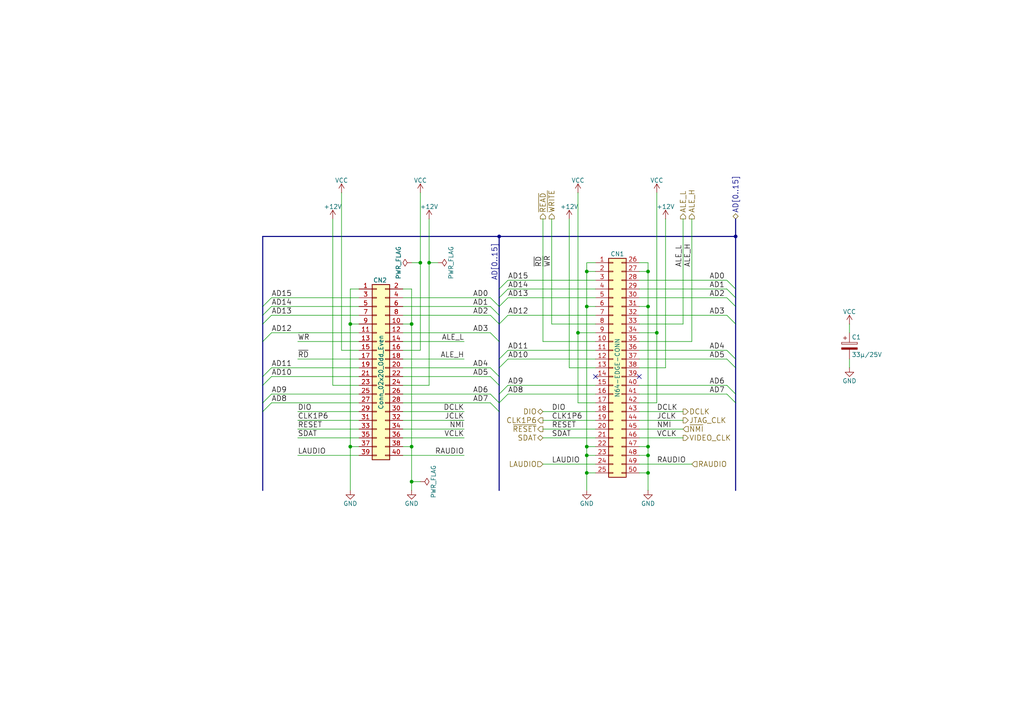
<source format=kicad_sch>
(kicad_sch (version 20231120) (generator "eeschema") (generator_version "8.0")
  (paper "A4")
  (title_block (title "Wide-Boy64 AGB") (date "2024-06-20") (rev "2") (company "CC-BY-SA-4.0 Michael Singer") (comment 1 "https://github.com/msinger/wideboy/") (comment 2 "http://iceboy.a-singer.de/"))
  (lib_symbols
    (symbol "Connector_Generic:Conn_02x20_Odd_Even" (pin_names (offset 1.016) hide)
      (property "Reference" "J" (at 1.27 25.4 0))
      (property "Value" "Conn_02x20_Odd_Even" (at 1.27 -27.94 0))
      (symbol "Conn_02x20_Odd_Even_1_1"
        (rectangle (start -1.27 -25.273) (end 0 -25.527) (stroke (width 0.1524)))
        (rectangle (start -1.27 -22.733) (end 0 -22.987) (stroke (width 0.1524)))
        (rectangle (start -1.27 -20.193) (end 0 -20.447) (stroke (width 0.1524)))
        (rectangle (start -1.27 -17.653) (end 0 -17.907) (stroke (width 0.1524)))
        (rectangle (start -1.27 -15.113) (end 0 -15.367) (stroke (width 0.1524)))
        (rectangle (start -1.27 -12.573) (end 0 -12.827) (stroke (width 0.1524)))
        (rectangle (start -1.27 -10.033) (end 0 -10.287) (stroke (width 0.1524)))
        (rectangle (start -1.27 -7.493) (end 0 -7.747) (stroke (width 0.1524)))
        (rectangle (start -1.27 -4.953) (end 0 -5.207) (stroke (width 0.1524)))
        (rectangle (start -1.27 -2.413) (end 0 -2.667) (stroke (width 0.1524)))
        (rectangle (start -1.27 0.127) (end 0 -0.127) (stroke (width 0.1524)))
        (rectangle (start -1.27 2.667) (end 0 2.413) (stroke (width 0.1524)))
        (rectangle (start -1.27 5.207) (end 0 4.953) (stroke (width 0.1524)))
        (rectangle (start -1.27 7.747) (end 0 7.493) (stroke (width 0.1524)))
        (rectangle (start -1.27 10.287) (end 0 10.033) (stroke (width 0.1524)))
        (rectangle (start -1.27 12.827) (end 0 12.573) (stroke (width 0.1524)))
        (rectangle (start -1.27 15.367) (end 0 15.113) (stroke (width 0.1524)))
        (rectangle (start -1.27 17.907) (end 0 17.653) (stroke (width 0.1524)))
        (rectangle (start -1.27 20.447) (end 0 20.193) (stroke (width 0.1524)))
        (rectangle (start -1.27 22.987) (end 0 22.733) (stroke (width 0.1524)))
        (rectangle (start -1.27 24.13) (end 3.81 -26.67) (stroke (width 0.254)) (fill (type background)))
        (rectangle (start 3.81 -25.273) (end 2.54 -25.527) (stroke (width 0.1524)))
        (rectangle (start 3.81 -22.733) (end 2.54 -22.987) (stroke (width 0.1524)))
        (rectangle (start 3.81 -20.193) (end 2.54 -20.447) (stroke (width 0.1524)))
        (rectangle (start 3.81 -17.653) (end 2.54 -17.907) (stroke (width 0.1524)))
        (rectangle (start 3.81 -15.113) (end 2.54 -15.367) (stroke (width 0.1524)))
        (rectangle (start 3.81 -12.573) (end 2.54 -12.827) (stroke (width 0.1524)))
        (rectangle (start 3.81 -10.033) (end 2.54 -10.287) (stroke (width 0.1524)))
        (rectangle (start 3.81 -7.493) (end 2.54 -7.747) (stroke (width 0.1524)))
        (rectangle (start 3.81 -4.953) (end 2.54 -5.207) (stroke (width 0.1524)))
        (rectangle (start 3.81 -2.413) (end 2.54 -2.667) (stroke (width 0.1524)))
        (rectangle (start 3.81 0.127) (end 2.54 -0.127) (stroke (width 0.1524)))
        (rectangle (start 3.81 2.667) (end 2.54 2.413) (stroke (width 0.1524)))
        (rectangle (start 3.81 5.207) (end 2.54 4.953) (stroke (width 0.1524)))
        (rectangle (start 3.81 7.747) (end 2.54 7.493) (stroke (width 0.1524)))
        (rectangle (start 3.81 10.287) (end 2.54 10.033) (stroke (width 0.1524)))
        (rectangle (start 3.81 12.827) (end 2.54 12.573) (stroke (width 0.1524)))
        (rectangle (start 3.81 15.367) (end 2.54 15.113) (stroke (width 0.1524)))
        (rectangle (start 3.81 17.907) (end 2.54 17.653) (stroke (width 0.1524)))
        (rectangle (start 3.81 20.447) (end 2.54 20.193) (stroke (width 0.1524)))
        (rectangle (start 3.81 22.987) (end 2.54 22.733) (stroke (width 0.1524)))
        (pin passive line (at -5.08 22.86 0) (length 3.81) (name "Pin_1") (number "1"))
        (pin passive line (at 7.62 12.7 180) (length 3.81) (name "Pin_10") (number "10"))
        (pin passive line (at -5.08 10.16 0) (length 3.81) (name "Pin_11") (number "11"))
        (pin passive line (at 7.62 10.16 180) (length 3.81) (name "Pin_12") (number "12"))
        (pin passive line (at -5.08 7.62 0) (length 3.81) (name "Pin_13") (number "13"))
        (pin passive line (at 7.62 7.62 180) (length 3.81) (name "Pin_14") (number "14"))
        (pin passive line (at -5.08 5.08 0) (length 3.81) (name "Pin_15") (number "15"))
        (pin passive line (at 7.62 5.08 180) (length 3.81) (name "Pin_16") (number "16"))
        (pin passive line (at -5.08 2.54 0) (length 3.81) (name "Pin_17") (number "17"))
        (pin passive line (at 7.62 2.54 180) (length 3.81) (name "Pin_18") (number "18"))
        (pin passive line (at -5.08 0 0) (length 3.81) (name "Pin_19") (number "19"))
        (pin passive line (at 7.62 22.86 180) (length 3.81) (name "Pin_2") (number "2"))
        (pin passive line (at 7.62 0 180) (length 3.81) (name "Pin_20") (number "20"))
        (pin passive line (at -5.08 -2.54 0) (length 3.81) (name "Pin_21") (number "21"))
        (pin passive line (at 7.62 -2.54 180) (length 3.81) (name "Pin_22") (number "22"))
        (pin passive line (at -5.08 -5.08 0) (length 3.81) (name "Pin_23") (number "23"))
        (pin passive line (at 7.62 -5.08 180) (length 3.81) (name "Pin_24") (number "24"))
        (pin passive line (at -5.08 -7.62 0) (length 3.81) (name "Pin_25") (number "25"))
        (pin passive line (at 7.62 -7.62 180) (length 3.81) (name "Pin_26") (number "26"))
        (pin passive line (at -5.08 -10.16 0) (length 3.81) (name "Pin_27") (number "27"))
        (pin passive line (at 7.62 -10.16 180) (length 3.81) (name "Pin_28") (number "28"))
        (pin passive line (at -5.08 -12.7 0) (length 3.81) (name "Pin_29") (number "29"))
        (pin passive line (at -5.08 20.32 0) (length 3.81) (name "Pin_3") (number "3"))
        (pin passive line (at 7.62 -12.7 180) (length 3.81) (name "Pin_30") (number "30"))
        (pin passive line (at -5.08 -15.24 0) (length 3.81) (name "Pin_31") (number "31"))
        (pin passive line (at 7.62 -15.24 180) (length 3.81) (name "Pin_32") (number "32"))
        (pin passive line (at -5.08 -17.78 0) (length 3.81) (name "Pin_33") (number "33"))
        (pin passive line (at 7.62 -17.78 180) (length 3.81) (name "Pin_34") (number "34"))
        (pin passive line (at -5.08 -20.32 0) (length 3.81) (name "Pin_35") (number "35"))
        (pin passive line (at 7.62 -20.32 180) (length 3.81) (name "Pin_36") (number "36"))
        (pin passive line (at -5.08 -22.86 0) (length 3.81) (name "Pin_37") (number "37"))
        (pin passive line (at 7.62 -22.86 180) (length 3.81) (name "Pin_38") (number "38"))
        (pin passive line (at -5.08 -25.4 0) (length 3.81) (name "Pin_39") (number "39"))
        (pin passive line (at 7.62 20.32 180) (length 3.81) (name "Pin_4") (number "4"))
        (pin passive line (at 7.62 -25.4 180) (length 3.81) (name "Pin_40") (number "40"))
        (pin passive line (at -5.08 17.78 0) (length 3.81) (name "Pin_5") (number "5"))
        (pin passive line (at 7.62 17.78 180) (length 3.81) (name "Pin_6") (number "6"))
        (pin passive line (at -5.08 15.24 0) (length 3.81) (name "Pin_7") (number "7"))
        (pin passive line (at 7.62 15.24 180) (length 3.81) (name "Pin_8") (number "8"))
        (pin passive line (at -5.08 12.7 0) (length 3.81) (name "Pin_9") (number "9"))
      )
    )
    (symbol "Connector_Generic:Conn_02x25_Top_Bottom" (pin_names (offset 1.016) hide)
      (property "Reference" "J" (at 1.27 33.02 0))
      (property "Value" "Conn_02x25_Top_Bottom" (at 1.27 -33.02 0))
      (symbol "Conn_02x25_Top_Bottom_1_1"
        (rectangle (start -1.27 -30.353) (end 0 -30.607) (stroke (width 0.1524)))
        (rectangle (start -1.27 -27.813) (end 0 -28.067) (stroke (width 0.1524)))
        (rectangle (start -1.27 -25.273) (end 0 -25.527) (stroke (width 0.1524)))
        (rectangle (start -1.27 -22.733) (end 0 -22.987) (stroke (width 0.1524)))
        (rectangle (start -1.27 -20.193) (end 0 -20.447) (stroke (width 0.1524)))
        (rectangle (start -1.27 -17.653) (end 0 -17.907) (stroke (width 0.1524)))
        (rectangle (start -1.27 -15.113) (end 0 -15.367) (stroke (width 0.1524)))
        (rectangle (start -1.27 -12.573) (end 0 -12.827) (stroke (width 0.1524)))
        (rectangle (start -1.27 -10.033) (end 0 -10.287) (stroke (width 0.1524)))
        (rectangle (start -1.27 -7.493) (end 0 -7.747) (stroke (width 0.1524)))
        (rectangle (start -1.27 -4.953) (end 0 -5.207) (stroke (width 0.1524)))
        (rectangle (start -1.27 -2.413) (end 0 -2.667) (stroke (width 0.1524)))
        (rectangle (start -1.27 0.127) (end 0 -0.127) (stroke (width 0.1524)))
        (rectangle (start -1.27 2.667) (end 0 2.413) (stroke (width 0.1524)))
        (rectangle (start -1.27 5.207) (end 0 4.953) (stroke (width 0.1524)))
        (rectangle (start -1.27 7.747) (end 0 7.493) (stroke (width 0.1524)))
        (rectangle (start -1.27 10.287) (end 0 10.033) (stroke (width 0.1524)))
        (rectangle (start -1.27 12.827) (end 0 12.573) (stroke (width 0.1524)))
        (rectangle (start -1.27 15.367) (end 0 15.113) (stroke (width 0.1524)))
        (rectangle (start -1.27 17.907) (end 0 17.653) (stroke (width 0.1524)))
        (rectangle (start -1.27 20.447) (end 0 20.193) (stroke (width 0.1524)))
        (rectangle (start -1.27 22.987) (end 0 22.733) (stroke (width 0.1524)))
        (rectangle (start -1.27 25.527) (end 0 25.273) (stroke (width 0.1524)))
        (rectangle (start -1.27 28.067) (end 0 27.813) (stroke (width 0.1524)))
        (rectangle (start -1.27 30.607) (end 0 30.353) (stroke (width 0.1524)))
        (rectangle (start -1.27 31.75) (end 3.81 -31.75) (stroke (width 0.254)) (fill (type background)))
        (rectangle (start 3.81 -30.353) (end 2.54 -30.607) (stroke (width 0.1524)))
        (rectangle (start 3.81 -27.813) (end 2.54 -28.067) (stroke (width 0.1524)))
        (rectangle (start 3.81 -25.273) (end 2.54 -25.527) (stroke (width 0.1524)))
        (rectangle (start 3.81 -22.733) (end 2.54 -22.987) (stroke (width 0.1524)))
        (rectangle (start 3.81 -20.193) (end 2.54 -20.447) (stroke (width 0.1524)))
        (rectangle (start 3.81 -17.653) (end 2.54 -17.907) (stroke (width 0.1524)))
        (rectangle (start 3.81 -15.113) (end 2.54 -15.367) (stroke (width 0.1524)))
        (rectangle (start 3.81 -12.573) (end 2.54 -12.827) (stroke (width 0.1524)))
        (rectangle (start 3.81 -10.033) (end 2.54 -10.287) (stroke (width 0.1524)))
        (rectangle (start 3.81 -7.493) (end 2.54 -7.747) (stroke (width 0.1524)))
        (rectangle (start 3.81 -4.953) (end 2.54 -5.207) (stroke (width 0.1524)))
        (rectangle (start 3.81 -2.413) (end 2.54 -2.667) (stroke (width 0.1524)))
        (rectangle (start 3.81 0.127) (end 2.54 -0.127) (stroke (width 0.1524)))
        (rectangle (start 3.81 2.667) (end 2.54 2.413) (stroke (width 0.1524)))
        (rectangle (start 3.81 5.207) (end 2.54 4.953) (stroke (width 0.1524)))
        (rectangle (start 3.81 7.747) (end 2.54 7.493) (stroke (width 0.1524)))
        (rectangle (start 3.81 10.287) (end 2.54 10.033) (stroke (width 0.1524)))
        (rectangle (start 3.81 12.827) (end 2.54 12.573) (stroke (width 0.1524)))
        (rectangle (start 3.81 15.367) (end 2.54 15.113) (stroke (width 0.1524)))
        (rectangle (start 3.81 17.907) (end 2.54 17.653) (stroke (width 0.1524)))
        (rectangle (start 3.81 20.447) (end 2.54 20.193) (stroke (width 0.1524)))
        (rectangle (start 3.81 22.987) (end 2.54 22.733) (stroke (width 0.1524)))
        (rectangle (start 3.81 25.527) (end 2.54 25.273) (stroke (width 0.1524)))
        (rectangle (start 3.81 28.067) (end 2.54 27.813) (stroke (width 0.1524)))
        (rectangle (start 3.81 30.607) (end 2.54 30.353) (stroke (width 0.1524)))
        (pin passive line (at -5.08 30.48 0) (length 3.81) (name "Pin_1") (number "1"))
        (pin passive line (at -5.08 7.62 0) (length 3.81) (name "Pin_10") (number "10"))
        (pin passive line (at -5.08 5.08 0) (length 3.81) (name "Pin_11") (number "11"))
        (pin passive line (at -5.08 2.54 0) (length 3.81) (name "Pin_12") (number "12"))
        (pin passive line (at -5.08 0 0) (length 3.81) (name "Pin_13") (number "13"))
        (pin passive line (at -5.08 -2.54 0) (length 3.81) (name "Pin_14") (number "14"))
        (pin passive line (at -5.08 -5.08 0) (length 3.81) (name "Pin_15") (number "15"))
        (pin passive line (at -5.08 -7.62 0) (length 3.81) (name "Pin_16") (number "16"))
        (pin passive line (at -5.08 -10.16 0) (length 3.81) (name "Pin_17") (number "17"))
        (pin passive line (at -5.08 -12.7 0) (length 3.81) (name "Pin_18") (number "18"))
        (pin passive line (at -5.08 -15.24 0) (length 3.81) (name "Pin_19") (number "19"))
        (pin passive line (at -5.08 27.94 0) (length 3.81) (name "Pin_2") (number "2"))
        (pin passive line (at -5.08 -17.78 0) (length 3.81) (name "Pin_20") (number "20"))
        (pin passive line (at -5.08 -20.32 0) (length 3.81) (name "Pin_21") (number "21"))
        (pin passive line (at -5.08 -22.86 0) (length 3.81) (name "Pin_22") (number "22"))
        (pin passive line (at -5.08 -25.4 0) (length 3.81) (name "Pin_23") (number "23"))
        (pin passive line (at -5.08 -27.94 0) (length 3.81) (name "Pin_24") (number "24"))
        (pin passive line (at -5.08 -30.48 0) (length 3.81) (name "Pin_25") (number "25"))
        (pin passive line (at 7.62 30.48 180) (length 3.81) (name "Pin_26") (number "26"))
        (pin passive line (at 7.62 27.94 180) (length 3.81) (name "Pin_27") (number "27"))
        (pin passive line (at 7.62 25.4 180) (length 3.81) (name "Pin_28") (number "28"))
        (pin passive line (at 7.62 22.86 180) (length 3.81) (name "Pin_29") (number "29"))
        (pin passive line (at -5.08 25.4 0) (length 3.81) (name "Pin_3") (number "3"))
        (pin passive line (at 7.62 20.32 180) (length 3.81) (name "Pin_30") (number "30"))
        (pin passive line (at 7.62 17.78 180) (length 3.81) (name "Pin_31") (number "31"))
        (pin passive line (at 7.62 15.24 180) (length 3.81) (name "Pin_32") (number "32"))
        (pin passive line (at 7.62 12.7 180) (length 3.81) (name "Pin_33") (number "33"))
        (pin passive line (at 7.62 10.16 180) (length 3.81) (name "Pin_34") (number "34"))
        (pin passive line (at 7.62 7.62 180) (length 3.81) (name "Pin_35") (number "35"))
        (pin passive line (at 7.62 5.08 180) (length 3.81) (name "Pin_36") (number "36"))
        (pin passive line (at 7.62 2.54 180) (length 3.81) (name "Pin_37") (number "37"))
        (pin passive line (at 7.62 0 180) (length 3.81) (name "Pin_38") (number "38"))
        (pin passive line (at 7.62 -2.54 180) (length 3.81) (name "Pin_39") (number "39"))
        (pin passive line (at -5.08 22.86 0) (length 3.81) (name "Pin_4") (number "4"))
        (pin passive line (at 7.62 -5.08 180) (length 3.81) (name "Pin_40") (number "40"))
        (pin passive line (at 7.62 -7.62 180) (length 3.81) (name "Pin_41") (number "41"))
        (pin passive line (at 7.62 -10.16 180) (length 3.81) (name "Pin_42") (number "42"))
        (pin passive line (at 7.62 -12.7 180) (length 3.81) (name "Pin_43") (number "43"))
        (pin passive line (at 7.62 -15.24 180) (length 3.81) (name "Pin_44") (number "44"))
        (pin passive line (at 7.62 -17.78 180) (length 3.81) (name "Pin_45") (number "45"))
        (pin passive line (at 7.62 -20.32 180) (length 3.81) (name "Pin_46") (number "46"))
        (pin passive line (at 7.62 -22.86 180) (length 3.81) (name "Pin_47") (number "47"))
        (pin passive line (at 7.62 -25.4 180) (length 3.81) (name "Pin_48") (number "48"))
        (pin passive line (at 7.62 -27.94 180) (length 3.81) (name "Pin_49") (number "49"))
        (pin passive line (at -5.08 20.32 0) (length 3.81) (name "Pin_5") (number "5"))
        (pin passive line (at 7.62 -30.48 180) (length 3.81) (name "Pin_50") (number "50"))
        (pin passive line (at -5.08 17.78 0) (length 3.81) (name "Pin_6") (number "6"))
        (pin passive line (at -5.08 15.24 0) (length 3.81) (name "Pin_7") (number "7"))
        (pin passive line (at -5.08 12.7 0) (length 3.81) (name "Pin_8") (number "8"))
        (pin passive line (at -5.08 10.16 0) (length 3.81) (name "Pin_9") (number "9"))
      )
    )
    (symbol "Device:C_Polarized" (pin_numbers hide) (pin_names (offset 0.254))
      (property "Reference" "C" (at 0.635 2.54 0))
      (property "Value" "C_Polarized" (at 0.635 -2.54 0))
      (symbol "C_Polarized_0_1"
        (rectangle (start -2.286 0.508) (end 2.286 1.016))
        (polyline (pts (xy -1.778 2.286) (xy -0.762 2.286)))
        (polyline (pts (xy -1.27 2.794) (xy -1.27 1.778)))
        (rectangle (start 2.286 -0.508) (end -2.286 -1.016) (fill (type outline)))
      )
      (symbol "C_Polarized_1_1"
        (pin passive line (at 0 3.81 270) (length 2.794) (name "~") (number "1"))
        (pin passive line (at 0 -3.81 90) (length 2.794) (name "~") (number "2"))
      )
    )
    (symbol "power:+12V" (power) (pin_numbers hide) (pin_names (offset 0) hide)
      (property "Value" "+12V" (at 0 3.556 0))
      (symbol "+12V_0_1"
        (polyline (pts (xy -0.762 1.27) (xy 0 2.54)))
        (polyline (pts (xy 0 0) (xy 0 2.54)))
        (polyline (pts (xy 0 2.54) (xy 0.762 1.27)))
      )
      (symbol "+12V_1_1"
        (pin power_in line (at 0 0 90) (length 0) (name "~") (number "1"))
      )
    )
    (symbol "power:GND" (power) (pin_numbers hide) (pin_names (offset 0) hide)
      (property "Value" "GND" (at 0 -3.81 0))
      (symbol "GND_0_1"
        (polyline (pts (xy 0 0) (xy 0 -1.27) (xy 1.27 -1.27) (xy 0 -2.54) (xy -1.27 -1.27) (xy 0 -1.27)))
      )
      (symbol "GND_1_1"
        (pin power_in line (at 0 0 270) (length 0) (name "~") (number "1"))
      )
    )
    (symbol "power:PWR_FLAG" (power) (pin_numbers hide) (pin_names (offset 0) hide)
      (property "Value" "PWR_FLAG" (at 0 3.81 0))
      (symbol "PWR_FLAG_0_0"
        (pin power_out line (at 0 0 90) (length 0) (name "~") (number "1"))
      )
      (symbol "PWR_FLAG_0_1"
        (polyline (pts (xy 0 0) (xy 0 1.27) (xy -1.016 1.905) (xy 0 2.54) (xy 1.016 1.905) (xy 0 1.27)))
      )
    )
    (symbol "power:VCC" (power) (pin_numbers hide) (pin_names (offset 0) hide)
      (property "Value" "VCC" (at 0 3.556 0))
      (symbol "VCC_0_1"
        (polyline (pts (xy -0.762 1.27) (xy 0 2.54)))
        (polyline (pts (xy 0 0) (xy 0 2.54)))
        (polyline (pts (xy 0 2.54) (xy 0.762 1.27)))
      )
      (symbol "VCC_1_1"
        (pin power_in line (at 0 0 90) (length 0) (name "~") (number "1"))
      )
    )
  )
  (junction (at 187.96 88.9))
  (junction (at 101.6 93.98))
  (junction (at 170.18 132.08))
  (junction (at 187.96 132.08))
  (junction (at 213.36 68.58))
  (junction (at 124.46 76.2))
  (junction (at 119.38 139.7))
  (junction (at 119.38 93.98))
  (junction (at 170.18 129.54))
  (junction (at 190.5 96.52))
  (junction (at 170.18 78.74))
  (junction (at 119.38 129.54))
  (junction (at 121.92 76.2))
  (junction (at 187.96 137.16))
  (junction (at 167.64 96.52))
  (junction (at 144.78 68.58))
  (junction (at 187.96 78.74))
  (junction (at 101.6 129.54))
  (junction (at 187.96 129.54))
  (junction (at 170.18 88.9))
  (junction (at 170.18 137.16))
  (no_connect (at 172.72 109.22))
  (no_connect (at 185.42 109.22))
  (bus_entry (at 144.78 83.82) (size 2.54 -2.54))
  (bus_entry (at 144.78 106.68) (size 2.54 -2.54))
  (bus_entry (at 210.82 83.82) (size 2.54 2.54))
  (bus_entry (at 142.24 106.68) (size 2.54 2.54))
  (bus_entry (at 144.78 86.36) (size 2.54 -2.54))
  (bus_entry (at 76.2 99.06) (size 2.54 -2.54))
  (bus_entry (at 76.2 119.38) (size 2.54 -2.54))
  (bus_entry (at 210.82 81.28) (size 2.54 2.54))
  (bus_entry (at 210.82 104.14) (size 2.54 2.54))
  (bus_entry (at 142.24 88.9) (size 2.54 2.54))
  (bus_entry (at 76.2 88.9) (size 2.54 -2.54))
  (bus_entry (at 142.24 86.36) (size 2.54 2.54))
  (bus_entry (at 142.24 91.44) (size 2.54 2.54))
  (bus_entry (at 210.82 114.3) (size 2.54 2.54))
  (bus_entry (at 142.24 114.3) (size 2.54 2.54))
  (bus_entry (at 142.24 116.84) (size 2.54 2.54))
  (bus_entry (at 210.82 86.36) (size 2.54 2.54))
  (bus_entry (at 142.24 96.52) (size 2.54 2.54))
  (bus_entry (at 76.2 109.22) (size 2.54 -2.54))
  (bus_entry (at 210.82 111.76) (size 2.54 2.54))
  (bus_entry (at 144.78 114.3) (size 2.54 -2.54))
  (bus_entry (at 142.24 109.22) (size 2.54 2.54))
  (bus_entry (at 210.82 101.6) (size 2.54 2.54))
  (bus_entry (at 144.78 88.9) (size 2.54 -2.54))
  (bus_entry (at 76.2 91.44) (size 2.54 -2.54))
  (bus_entry (at 76.2 93.98) (size 2.54 -2.54))
  (bus_entry (at 210.82 91.44) (size 2.54 2.54))
  (bus_entry (at 76.2 111.76) (size 2.54 -2.54))
  (bus_entry (at 144.78 93.98) (size 2.54 -2.54))
  (bus_entry (at 144.78 116.84) (size 2.54 -2.54))
  (bus_entry (at 144.78 104.14) (size 2.54 -2.54))
  (bus_entry (at 76.2 116.84) (size 2.54 -2.54))
  (wire (pts (xy 187.96 137.16) (xy 185.42 137.16)))
  (wire (pts (xy 185.42 119.38) (xy 198.12 119.38)))
  (bus (pts (xy 76.2 116.84) (xy 76.2 119.38)))
  (wire (pts (xy 210.82 111.76) (xy 185.42 111.76)))
  (wire (pts (xy 99.06 101.6) (xy 104.14 101.6)))
  (bus (pts (xy 213.36 86.36) (xy 213.36 88.9)))
  (bus (pts (xy 213.36 83.82) (xy 213.36 86.36)))
  (wire (pts (xy 160.02 63.5) (xy 160.02 93.98)))
  (bus (pts (xy 76.2 68.58) (xy 144.78 68.58)))
  (wire (pts (xy 170.18 129.54) (xy 170.18 132.08)))
  (wire (pts (xy 134.62 121.92) (xy 116.84 121.92)))
  (bus (pts (xy 144.78 116.84) (xy 144.78 119.38)))
  (bus (pts (xy 76.2 119.38) (xy 76.2 142.24)))
  (wire (pts (xy 86.36 132.08) (xy 104.14 132.08)))
  (wire (pts (xy 147.32 83.82) (xy 172.72 83.82)))
  (wire (pts (xy 185.42 96.52) (xy 190.5 96.52)))
  (wire (pts (xy 170.18 132.08) (xy 172.72 132.08)))
  (wire (pts (xy 165.1 106.68) (xy 172.72 106.68)))
  (bus (pts (xy 144.78 93.98) (xy 144.78 99.06)))
  (wire (pts (xy 185.42 127) (xy 198.12 127)))
  (wire (pts (xy 142.24 86.36) (xy 116.84 86.36)))
  (wire (pts (xy 134.62 99.06) (xy 116.84 99.06)))
  (wire (pts (xy 147.32 101.6) (xy 172.72 101.6)))
  (bus (pts (xy 76.2 99.06) (xy 76.2 109.22)))
  (bus (pts (xy 76.2 93.98) (xy 76.2 99.06)))
  (wire (pts (xy 187.96 88.9) (xy 185.42 88.9)))
  (wire (pts (xy 157.48 127) (xy 172.72 127)))
  (bus (pts (xy 213.36 68.58) (xy 213.36 83.82)))
  (wire (pts (xy 200.66 99.06) (xy 200.66 63.5)))
  (wire (pts (xy 187.96 132.08) (xy 185.42 132.08)))
  (wire (pts (xy 78.74 114.3) (xy 104.14 114.3)))
  (wire (pts (xy 210.82 86.36) (xy 185.42 86.36)))
  (wire (pts (xy 187.96 88.9) (xy 187.96 129.54)))
  (wire (pts (xy 147.32 104.14) (xy 172.72 104.14)))
  (wire (pts (xy 187.96 132.08) (xy 187.96 137.16)))
  (wire (pts (xy 198.12 93.98) (xy 185.42 93.98)))
  (wire (pts (xy 124.46 111.76) (xy 116.84 111.76)))
  (wire (pts (xy 96.52 63.5) (xy 96.52 111.76)))
  (bus (pts (xy 144.78 91.44) (xy 144.78 93.98)))
  (bus (pts (xy 144.78 88.9) (xy 144.78 91.44)))
  (wire (pts (xy 170.18 129.54) (xy 172.72 129.54)))
  (wire (pts (xy 86.36 127) (xy 104.14 127)))
  (wire (pts (xy 86.36 104.14) (xy 104.14 104.14)))
  (wire (pts (xy 160.02 93.98) (xy 172.72 93.98)))
  (bus (pts (xy 213.36 116.84) (xy 213.36 142.24)))
  (wire (pts (xy 86.36 121.92) (xy 104.14 121.92)))
  (bus (pts (xy 213.36 88.9) (xy 213.36 93.98)))
  (wire (pts (xy 86.36 119.38) (xy 104.14 119.38)))
  (wire (pts (xy 119.38 93.98) (xy 116.84 93.98)))
  (wire (pts (xy 101.6 93.98) (xy 101.6 129.54)))
  (wire (pts (xy 142.24 106.68) (xy 116.84 106.68)))
  (wire (pts (xy 142.24 91.44) (xy 116.84 91.44)))
  (wire (pts (xy 101.6 83.82) (xy 101.6 93.98)))
  (bus (pts (xy 76.2 88.9) (xy 76.2 91.44)))
  (bus (pts (xy 144.78 109.22) (xy 144.78 111.76)))
  (wire (pts (xy 116.84 83.82) (xy 119.38 83.82)))
  (wire (pts (xy 134.62 104.14) (xy 116.84 104.14)))
  (bus (pts (xy 144.78 106.68) (xy 144.78 109.22)))
  (wire (pts (xy 210.82 104.14) (xy 185.42 104.14)))
  (wire (pts (xy 119.38 93.98) (xy 119.38 129.54)))
  (wire (pts (xy 147.32 81.28) (xy 172.72 81.28)))
  (bus (pts (xy 213.36 104.14) (xy 213.36 106.68)))
  (wire (pts (xy 187.96 76.2) (xy 187.96 78.74)))
  (wire (pts (xy 210.82 114.3) (xy 185.42 114.3)))
  (wire (pts (xy 142.24 116.84) (xy 116.84 116.84)))
  (wire (pts (xy 142.24 96.52) (xy 116.84 96.52)))
  (bus (pts (xy 144.78 68.58) (xy 144.78 83.82)))
  (wire (pts (xy 78.74 88.9) (xy 104.14 88.9)))
  (bus (pts (xy 144.78 83.82) (xy 144.78 86.36)))
  (wire (pts (xy 210.82 83.82) (xy 185.42 83.82)))
  (wire (pts (xy 172.72 76.2) (xy 170.18 76.2)))
  (wire (pts (xy 78.74 91.44) (xy 104.14 91.44)))
  (wire (pts (xy 185.42 99.06) (xy 200.66 99.06)))
  (wire (pts (xy 170.18 88.9) (xy 170.18 129.54)))
  (wire (pts (xy 147.32 114.3) (xy 172.72 114.3)))
  (wire (pts (xy 167.64 55.88) (xy 167.64 96.52)))
  (wire (pts (xy 190.5 55.88) (xy 190.5 96.52)))
  (wire (pts (xy 147.32 111.76) (xy 172.72 111.76)))
  (wire (pts (xy 119.38 129.54) (xy 119.38 139.7)))
  (wire (pts (xy 190.5 96.52) (xy 190.5 116.84)))
  (wire (pts (xy 121.92 55.88) (xy 121.92 76.2)))
  (bus (pts (xy 144.78 111.76) (xy 144.78 114.3)))
  (wire (pts (xy 246.38 104.14) (xy 246.38 106.68)))
  (wire (pts (xy 101.6 93.98) (xy 104.14 93.98)))
  (wire (pts (xy 121.92 101.6) (xy 116.84 101.6)))
  (bus (pts (xy 144.78 68.58) (xy 213.36 68.58)))
  (bus (pts (xy 76.2 109.22) (xy 76.2 111.76)))
  (wire (pts (xy 78.74 116.84) (xy 104.14 116.84)))
  (wire (pts (xy 187.96 78.74) (xy 187.96 88.9)))
  (wire (pts (xy 170.18 137.16) (xy 170.18 142.24)))
  (wire (pts (xy 121.92 76.2) (xy 121.92 101.6)))
  (wire (pts (xy 142.24 88.9) (xy 116.84 88.9)))
  (wire (pts (xy 119.38 76.2) (xy 121.92 76.2)))
  (wire (pts (xy 190.5 116.84) (xy 185.42 116.84)))
  (wire (pts (xy 187.96 137.16) (xy 187.96 142.24)))
  (wire (pts (xy 104.14 86.36) (xy 78.74 86.36)))
  (bus (pts (xy 213.36 63.5) (xy 213.36 68.58)))
  (bus (pts (xy 144.78 86.36) (xy 144.78 88.9)))
  (wire (pts (xy 119.38 139.7) (xy 119.38 142.24)))
  (wire (pts (xy 142.24 109.22) (xy 116.84 109.22)))
  (wire (pts (xy 185.42 124.46) (xy 198.12 124.46)))
  (wire (pts (xy 157.48 134.62) (xy 172.72 134.62)))
  (wire (pts (xy 170.18 76.2) (xy 170.18 78.74)))
  (wire (pts (xy 124.46 76.2) (xy 124.46 111.76)))
  (wire (pts (xy 119.38 129.54) (xy 116.84 129.54)))
  (wire (pts (xy 170.18 78.74) (xy 172.72 78.74)))
  (wire (pts (xy 78.74 109.22) (xy 104.14 109.22)))
  (wire (pts (xy 167.64 96.52) (xy 167.64 116.84)))
  (wire (pts (xy 78.74 106.68) (xy 104.14 106.68)))
  (bus (pts (xy 144.78 104.14) (xy 144.78 106.68)))
  (bus (pts (xy 144.78 114.3) (xy 144.78 116.84)))
  (wire (pts (xy 170.18 78.74) (xy 170.18 88.9)))
  (bus (pts (xy 213.36 114.3) (xy 213.36 116.84)))
  (wire (pts (xy 187.96 129.54) (xy 185.42 129.54)))
  (wire (pts (xy 134.62 124.46) (xy 116.84 124.46)))
  (wire (pts (xy 172.72 96.52) (xy 167.64 96.52)))
  (wire (pts (xy 165.1 63.5) (xy 165.1 106.68)))
  (wire (pts (xy 116.84 132.08) (xy 134.62 132.08)))
  (wire (pts (xy 86.36 99.06) (xy 104.14 99.06)))
  (wire (pts (xy 187.96 129.54) (xy 187.96 132.08)))
  (wire (pts (xy 157.48 119.38) (xy 172.72 119.38)))
  (wire (pts (xy 86.36 124.46) (xy 104.14 124.46)))
  (wire (pts (xy 170.18 137.16) (xy 172.72 137.16)))
  (wire (pts (xy 246.38 93.98) (xy 246.38 96.52)))
  (bus (pts (xy 213.36 93.98) (xy 213.36 104.14)))
  (wire (pts (xy 198.12 63.5) (xy 198.12 93.98)))
  (wire (pts (xy 124.46 63.5) (xy 124.46 76.2)))
  (wire (pts (xy 101.6 129.54) (xy 104.14 129.54)))
  (wire (pts (xy 157.48 63.5) (xy 157.48 99.06)))
  (wire (pts (xy 185.42 121.92) (xy 198.12 121.92)))
  (wire (pts (xy 157.48 124.46) (xy 172.72 124.46)))
  (wire (pts (xy 170.18 88.9) (xy 172.72 88.9)))
  (wire (pts (xy 147.32 86.36) (xy 172.72 86.36)))
  (wire (pts (xy 124.46 76.2) (xy 127 76.2)))
  (wire (pts (xy 193.04 106.68) (xy 185.42 106.68)))
  (wire (pts (xy 134.62 119.38) (xy 116.84 119.38)))
  (bus (pts (xy 76.2 68.58) (xy 76.2 88.9)))
  (wire (pts (xy 134.62 127) (xy 116.84 127)))
  (wire (pts (xy 185.42 81.28) (xy 210.82 81.28)))
  (wire (pts (xy 96.52 111.76) (xy 104.14 111.76)))
  (wire (pts (xy 78.74 96.52) (xy 104.14 96.52)))
  (bus (pts (xy 144.78 99.06) (xy 144.78 104.14)))
  (wire (pts (xy 170.18 132.08) (xy 170.18 137.16)))
  (wire (pts (xy 210.82 91.44) (xy 185.42 91.44)))
  (wire (pts (xy 142.24 114.3) (xy 116.84 114.3)))
  (wire (pts (xy 185.42 134.62) (xy 200.66 134.62)))
  (wire (pts (xy 157.48 121.92) (xy 172.72 121.92)))
  (wire (pts (xy 157.48 99.06) (xy 172.72 99.06)))
  (wire (pts (xy 210.82 101.6) (xy 185.42 101.6)))
  (wire (pts (xy 167.64 116.84) (xy 172.72 116.84)))
  (wire (pts (xy 119.38 139.7) (xy 121.92 139.7)))
  (wire (pts (xy 187.96 78.74) (xy 185.42 78.74)))
  (wire (pts (xy 119.38 83.82) (xy 119.38 93.98)))
  (wire (pts (xy 185.42 76.2) (xy 187.96 76.2)))
  (wire (pts (xy 193.04 63.5) (xy 193.04 106.68)))
  (bus (pts (xy 144.78 119.38) (xy 144.78 142.24)))
  (wire (pts (xy 101.6 129.54) (xy 101.6 142.24)))
  (wire (pts (xy 104.14 83.82) (xy 101.6 83.82)))
  (wire (pts (xy 99.06 55.88) (xy 99.06 101.6)))
  (bus (pts (xy 76.2 111.76) (xy 76.2 116.84)))
  (bus (pts (xy 213.36 106.68) (xy 213.36 114.3)))
  (wire (pts (xy 147.32 91.44) (xy 172.72 91.44)))
  (bus (pts (xy 76.2 91.44) (xy 76.2 93.98)))
  (label "CLK1P6" (at 86.36 121.92 0) (effects (font (size 1.524 1.524))))
  (label "AD2" (at 205.74 86.36 0) (effects (font (size 1.524 1.524))))
  (label "AD14" (at 147.32 83.82 0) (effects (font (size 1.524 1.524))))
  (label "ALE_L" (at 134.62 99.06 180) (effects (font (size 1.524 1.524))))
  (label "AD12" (at 147.32 91.44 0) (effects (font (size 1.524 1.524))))
  (label "AD5" (at 205.74 104.14 0) (effects (font (size 1.524 1.524))))
  (label "ALE_L" (at 198.12 77.47 90) (effects (font (size 1.524 1.524))))
  (label "~{NMI}" (at 190.5 124.46 0) (effects (font (size 1.524 1.524))))
  (label "DCLK" (at 134.62 119.38 180) (effects (font (size 1.524 1.524))))
  (label "ALE_H" (at 134.62 104.14 180) (effects (font (size 1.524 1.524))))
  (label "JCLK" (at 134.62 121.92 180) (effects (font (size 1.524 1.524))))
  (label "AD6" (at 137.16 114.3 0) (effects (font (size 1.524 1.524))))
  (label "VCLK" (at 190.5 127 0) (effects (font (size 1.524 1.524))))
  (label "AD4" (at 205.74 101.6 0) (effects (font (size 1.524 1.524))))
  (label "AD3" (at 205.74 91.44 0) (effects (font (size 1.524 1.524))))
  (label "SDAT" (at 160.02 127 0) (effects (font (size 1.524 1.524))))
  (label "DCLK" (at 190.5 119.38 0) (effects (font (size 1.524 1.524))))
  (label "AD4" (at 137.16 106.68 0) (effects (font (size 1.524 1.524))))
  (label "AD10" (at 78.74 109.22 0) (effects (font (size 1.524 1.524))))
  (label "AD12" (at 78.74 96.52 0) (effects (font (size 1.524 1.524))))
  (label "CLK1P6" (at 160.02 121.92 0) (effects (font (size 1.524 1.524))))
  (label "AD8" (at 78.74 116.84 0) (effects (font (size 1.524 1.524))))
  (label "RAUDIO" (at 190.5 134.62 0) (effects (font (size 1.524 1.524))))
  (label "AD7" (at 137.16 116.84 0) (effects (font (size 1.524 1.524))))
  (label "AD0" (at 137.16 86.36 0) (effects (font (size 1.524 1.524))))
  (label "~{NMI}" (at 134.62 124.46 180) (effects (font (size 1.524 1.524))))
  (label "AD1" (at 137.16 88.9 0) (effects (font (size 1.524 1.524))))
  (label "~{RESET}" (at 86.36 124.46 0) (effects (font (size 1.524 1.524))))
  (label "RAUDIO" (at 134.62 132.08 180) (effects (font (size 1.524 1.524))))
  (label "AD8" (at 147.32 114.3 0) (effects (font (size 1.524 1.524))))
  (label "JCLK" (at 190.5 121.92 0) (effects (font (size 1.524 1.524))))
  (label "~{RD}" (at 157.48 77.47 90) (effects (font (size 1.524 1.524))))
  (label "AD5" (at 137.16 109.22 0) (effects (font (size 1.524 1.524))))
  (label "~{RESET}" (at 160.02 124.46 0) (effects (font (size 1.524 1.524))))
  (label "LAUDIO" (at 160.02 134.62 0) (effects (font (size 1.524 1.524))))
  (label "~{RD}" (at 86.36 104.14 0) (effects (font (size 1.524 1.524))))
  (label "AD15" (at 78.74 86.36 0) (effects (font (size 1.524 1.524))))
  (label "AD9" (at 78.74 114.3 0) (effects (font (size 1.524 1.524))))
  (label "AD10" (at 147.32 104.14 0) (effects (font (size 1.524 1.524))))
  (label "AD13" (at 78.74 91.44 0) (effects (font (size 1.524 1.524))))
  (label "AD[0..15]" (at 144.78 81.28 90) (effects (font (size 1.524 1.524))))
  (label "VCLK" (at 134.62 127 180) (effects (font (size 1.524 1.524))))
  (label "AD11" (at 147.32 101.6 0) (effects (font (size 1.524 1.524))))
  (label "DIO" (at 86.36 119.38 0) (effects (font (size 1.524 1.524))))
  (label "AD11" (at 78.74 106.68 0) (effects (font (size 1.524 1.524))))
  (label "AD9" (at 147.32 111.76 0) (effects (font (size 1.524 1.524))))
  (label "AD0" (at 205.74 81.28 0) (effects (font (size 1.524 1.524))))
  (label "AD6" (at 205.74 111.76 0) (effects (font (size 1.524 1.524))))
  (label "ALE_H" (at 200.66 77.47 90) (effects (font (size 1.524 1.524))))
  (label "SDAT" (at 86.36 127 0) (effects (font (size 1.524 1.524))))
  (label "LAUDIO" (at 86.36 132.08 0) (effects (font (size 1.524 1.524))))
  (label "~{WR}" (at 86.36 99.06 0) (effects (font (size 1.524 1.524))))
  (label "AD15" (at 147.32 81.28 0) (effects (font (size 1.524 1.524))))
  (label "AD13" (at 147.32 86.36 0) (effects (font (size 1.524 1.524))))
  (label "DIO" (at 160.02 119.38 0) (effects (font (size 1.524 1.524))))
  (label "~{WR}" (at 160.02 77.47 90) (effects (font (size 1.524 1.524))))
  (label "AD7" (at 205.74 114.3 0) (effects (font (size 1.524 1.524))))
  (label "AD3" (at 137.16 96.52 0) (effects (font (size 1.524 1.524))))
  (label "AD1" (at 205.74 83.82 0) (effects (font (size 1.524 1.524))))
  (label "AD2" (at 137.16 91.44 0) (effects (font (size 1.524 1.524))))
  (label "AD14" (at 78.74 88.9 0) (effects (font (size 1.524 1.524))))
  (hierarchical_label "~{WRITE}" (shape output) (at 160.02 63.5 90) (effects (font (size 1.524 1.524))))
  (hierarchical_label "CLK1P6" (shape output) (at 157.48 121.92 180) (effects (font (size 1.524 1.524))))
  (hierarchical_label "DCLK" (shape output) (at 198.12 119.38 0) (effects (font (size 1.524 1.524))))
  (hierarchical_label "SDAT" (shape bidirectional) (at 157.48 127 180) (effects (font (size 1.524 1.524))))
  (hierarchical_label "LAUDIO" (shape input) (at 157.48 134.62 180) (effects (font (size 1.524 1.524))))
  (hierarchical_label "ALE_L" (shape output) (at 198.12 63.5 90) (effects (font (size 1.524 1.524))))
  (hierarchical_label "DIO" (shape bidirectional) (at 157.48 119.38 180) (effects (font (size 1.524 1.524))))
  (hierarchical_label "~{RESET}" (shape output) (at 157.48 124.46 180) (effects (font (size 1.524 1.524))))
  (hierarchical_label "RAUDIO" (shape input) (at 200.66 134.62 0) (effects (font (size 1.524 1.524))))
  (hierarchical_label "AD[0..15]" (shape bidirectional) (at 213.36 63.5 90) (effects (font (size 1.524 1.524))))
  (hierarchical_label "~{NMI}" (shape input) (at 198.12 124.46 0) (effects (font (size 1.524 1.524))))
  (hierarchical_label "ALE_H" (shape output) (at 200.66 63.5 90) (effects (font (size 1.524 1.524))))
  (hierarchical_label "~{READ}" (shape output) (at 157.48 63.5 90) (effects (font (size 1.524 1.524))))
  (hierarchical_label "JTAG_CLK" (shape output) (at 198.12 121.92 0) (effects (font (size 1.524 1.524))))
  (hierarchical_label "VIDEO_CLK" (shape output) (at 198.12 127 0) (effects (font (size 1.524 1.524))))
  (symbol (lib_id "Connector_Generic:Conn_02x25_Top_Bottom") (at 177.8 106.68 0) (unit 1)
    (property "Reference" "CN1" (at 179.07 73.66 0))
    (property "Value" "N64-EDGE-CONN" (at 179.07 106.68 90))
    (property "Description" "Generic connector, double row, 02x25, top/bottom pin numbering scheme (row 1: 1...pins_per_row, row2: pins_per_row+1 ... num_pins), script generated (kicad-library-utils/schlib/autogen/connector/)" (effects (hide yes)))
  )
  (symbol (lib_id "power:GND") (at 187.96 142.24 0) (unit 1)
    (property "Reference" "#PWR036" (effects (hide yes)))
    (property "Value" "GND" (at 187.96 146.05 0))
    (property "Description" "Power symbol creates a global label with name \"GND\" , ground" (effects (hide yes)))
  )
  (symbol (lib_id "power:GND") (at 170.18 142.24 0) (unit 1)
    (property "Reference" "#PWR037" (effects (hide yes)))
    (property "Value" "GND" (at 170.18 146.05 0))
    (property "Description" "Power symbol creates a global label with name \"GND\" , ground" (effects (hide yes)))
  )
  (symbol (lib_id "Connector_Generic:Conn_02x20_Odd_Even") (at 109.22 106.68 0) (unit 1)
    (property "Reference" "CN2" (at 110.236 81.28 0))
    (property "Value" "Conn_02x20_Odd_Even" (at 110.49 107.95 90))
    (property "Description" "Generic connector, double row, 02x20, odd/even pin numbering scheme (row 1 odd numbers, row 2 even numbers), script generated (kicad-library-utils/schlib/autogen/connector/)" (effects (hide yes)))
  )
  (symbol (lib_id "power:GND") (at 101.6 142.24 0) (unit 1)
    (property "Reference" "#PWR038" (effects (hide yes)))
    (property "Value" "GND" (at 101.6 146.05 0))
    (property "Description" "Power symbol creates a global label with name \"GND\" , ground" (effects (hide yes)))
  )
  (symbol (lib_id "power:GND") (at 119.38 142.24 0) (unit 1)
    (property "Reference" "#PWR039" (effects (hide yes)))
    (property "Value" "GND" (at 119.38 146.05 0))
    (property "Description" "Power symbol creates a global label with name \"GND\" , ground" (effects (hide yes)))
  )
  (symbol (lib_id "power:+12V") (at 193.04 63.5 0) (unit 1)
    (property "Reference" "#PWR0143" (effects (hide yes)))
    (property "Value" "+12V" (at 193.04 59.944 0))
    (property "Description" "Power symbol creates a global label with name \"+12V\"" (effects (hide yes)))
  )
  (symbol (lib_id "power:+12V") (at 165.1 63.5 0) (unit 1)
    (property "Reference" "#PWR0145" (effects (hide yes)))
    (property "Value" "+12V" (at 165.1 59.944 0))
    (property "Description" "Power symbol creates a global label with name \"+12V\"" (effects (hide yes)))
  )
  (symbol (lib_id "power:+12V") (at 124.46 63.5 0) (unit 1)
    (property "Reference" "#PWR0140" (effects (hide yes)))
    (property "Value" "+12V" (at 124.46 59.944 0))
    (property "Description" "Power symbol creates a global label with name \"+12V\"" (effects (hide yes)))
  )
  (symbol (lib_id "power:+12V") (at 96.52 63.5 0) (unit 1)
    (property "Reference" "#PWR0141" (effects (hide yes)))
    (property "Value" "+12V" (at 96.52 59.944 0))
    (property "Description" "Power symbol creates a global label with name \"+12V\"" (effects (hide yes)))
  )
  (symbol (lib_id "power:VCC") (at 190.5 55.88 0) (unit 1)
    (property "Reference" "#PWR0144" (effects (hide yes)))
    (property "Value" "VCC" (at 190.5 52.324 0))
    (property "Description" "Power symbol creates a global label with name \"VCC\"" (effects (hide yes)))
  )
  (symbol (lib_id "power:VCC") (at 167.64 55.88 0) (unit 1)
    (property "Reference" "#PWR0146" (effects (hide yes)))
    (property "Value" "VCC" (at 167.64 52.324 0))
    (property "Description" "Power symbol creates a global label with name \"VCC\"" (effects (hide yes)))
  )
  (symbol (lib_id "power:VCC") (at 121.92 55.88 0) (unit 1)
    (property "Reference" "#PWR0139" (effects (hide yes)))
    (property "Value" "VCC" (at 121.92 52.324 0))
    (property "Description" "Power symbol creates a global label with name \"VCC\"" (effects (hide yes)))
  )
  (symbol (lib_id "power:VCC") (at 99.06 55.88 0) (unit 1)
    (property "Reference" "#PWR0142" (effects (hide yes)))
    (property "Value" "VCC" (at 99.06 52.324 0))
    (property "Description" "Power symbol creates a global label with name \"VCC\"" (effects (hide yes)))
  )
  (symbol (lib_id "power:PWR_FLAG") (at 127 76.2 270) (unit 1)
    (property "Reference" "#FLG0103" (effects (hide yes)))
    (property "Value" "PWR_FLAG" (at 130.81 76.2 0))
    (property "Description" "Special symbol for telling ERC where power comes from" (effects (hide yes)))
  )
  (symbol (lib_id "power:PWR_FLAG") (at 119.38 76.2 90) (unit 1)
    (property "Reference" "#FLG0102" (effects (hide yes)))
    (property "Value" "PWR_FLAG" (at 115.57 76.2 0))
    (property "Description" "Special symbol for telling ERC where power comes from" (effects (hide yes)))
  )
  (symbol (lib_id "power:PWR_FLAG") (at 121.92 139.7 270) (unit 1)
    (property "Reference" "#FLG0104" (effects (hide yes)))
    (property "Value" "PWR_FLAG" (at 125.73 139.7 0))
    (property "Description" "Special symbol for telling ERC where power comes from" (effects (hide yes)))
  )
  (symbol (lib_id "Device:C_Polarized") (at 246.38 100.33 0) (unit 1)
    (property "Reference" "C1" (at 247.015 97.79 0) (effects (justify left)))
    (property "Value" "33µ/25V" (at 247.015 102.87 0) (effects (justify left)))
    (property "Description" "Polarized capacitor" (effects (hide yes)))
  )
  (symbol (lib_id "power:GND") (at 246.38 106.68 0) (unit 1)
    (property "Reference" "#PWR0147" (effects (hide yes)))
    (property "Value" "GND" (at 246.38 110.49 0))
    (property "Description" "Power symbol creates a global label with name \"GND\" , ground" (effects (hide yes)))
  )
  (symbol (lib_id "power:VCC") (at 246.38 93.98 0) (unit 1)
    (property "Reference" "#PWR0148" (effects (hide yes)))
    (property "Value" "VCC" (at 246.38 90.424 0))
    (property "Description" "Power symbol creates a global label with name \"VCC\"" (effects (hide yes)))
  )
)
</source>
